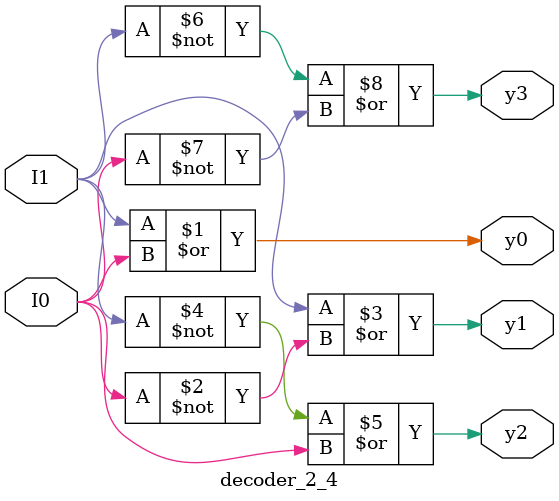
<source format=v>
`timescale 1ns / 1ps
module decoder_2_4(
input I1,I0,
output y0,y1,y2,y3
    );
 assign y0=I1|I0;
 assign y1=I1|~I0;
 assign y2=~I1|I0;
 assign y3=~I1|~I0;
endmodule

</source>
